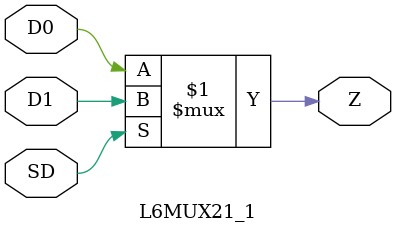
<source format=v>
module L6MUX21_1 (input D0, D1, SD, output Z);
	assign Z = SD ? D1 : D0;
endmodule
</source>
